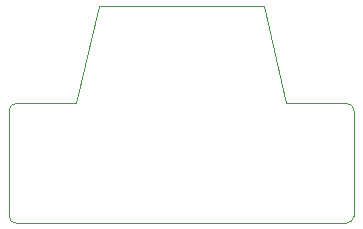
<source format=gm1>
G04 #@! TF.GenerationSoftware,KiCad,Pcbnew,(5.1.8)-1*
G04 #@! TF.CreationDate,2021-01-08T23:48:15+01:00*
G04 #@! TF.ProjectId,Sega Master System,53656761-204d-4617-9374-657220537973,rev?*
G04 #@! TF.SameCoordinates,Original*
G04 #@! TF.FileFunction,Profile,NP*
%FSLAX46Y46*%
G04 Gerber Fmt 4.6, Leading zero omitted, Abs format (unit mm)*
G04 Created by KiCad (PCBNEW (5.1.8)-1) date 2021-01-08 23:48:15*
%MOMM*%
%LPD*%
G01*
G04 APERTURE LIST*
G04 #@! TA.AperFunction,Profile*
%ADD10C,0.050000*%
G04 #@! TD*
G04 APERTURE END LIST*
D10*
X151130000Y-83185000D02*
X156210000Y-83185000D01*
X133350000Y-83185000D02*
X128270000Y-83185000D01*
X156210000Y-83185000D02*
G75*
G02*
X156845000Y-83820000I0J-635000D01*
G01*
X127635000Y-83820000D02*
G75*
G02*
X128270000Y-83185000I635000J0D01*
G01*
X128270000Y-93345000D02*
G75*
G02*
X127635000Y-92710000I0J635000D01*
G01*
X156845000Y-92710000D02*
G75*
G02*
X156210000Y-93345000I-635000J0D01*
G01*
X149225000Y-74930000D02*
X151130000Y-83185000D01*
X135255000Y-74930000D02*
X133350000Y-83185000D01*
X156845000Y-83820000D02*
X156845000Y-92710000D01*
X135255000Y-74930000D02*
X149225000Y-74930000D01*
X127635000Y-92710000D02*
X127635000Y-83820000D01*
X156210000Y-93345000D02*
X128270000Y-93345000D01*
M02*

</source>
